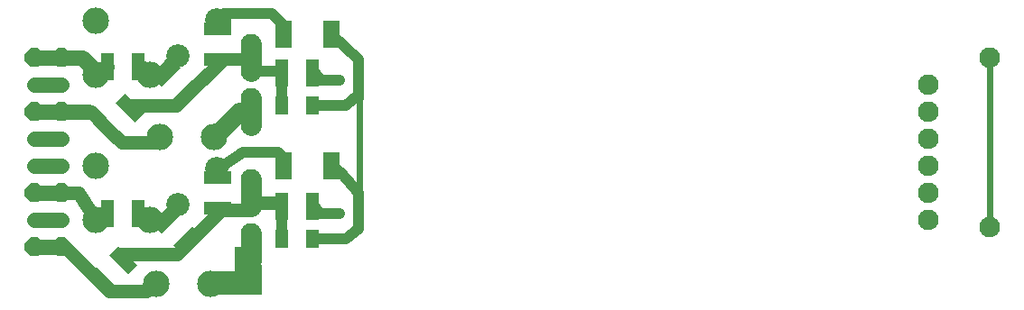
<source format=gbr>
G04 EAGLE Gerber RS-274X export*
G75*
%MOMM*%
%FSLAX34Y34*%
%LPD*%
%INBottom Copper*%
%IPPOS*%
%AMOC8*
5,1,8,0,0,1.08239X$1,22.5*%
G01*
%ADD10R,1.587500X1.905000*%
%ADD11R,3.016250X1.270000*%
%ADD12R,5.080000X2.222500*%
%ADD13R,2.540000X0.952500*%
%ADD14R,1.587500X0.952500*%
%ADD15C,1.930400*%
%ADD16C,2.489200*%
%ADD17R,2.540000X1.270000*%
%ADD18C,2.184400*%
%ADD19R,1.270000X2.540000*%
%ADD20R,1.587400X2.540000*%
%ADD21R,1.143000X1.701800*%
%ADD22P,1.924489X8X112.500000*%
%ADD23C,1.408000*%
%ADD24C,1.930400*%
%ADD25C,1.778000*%
%ADD26C,1.016000*%
%ADD27C,0.906400*%
%ADD28C,0.609600*%
%ADD29C,1.270000*%
%ADD30C,1.422400*%
%ADD31C,0.812800*%
%ADD32C,0.406400*%


D10*
X106363Y28575D03*
D11*
X108744Y214313D03*
D12*
X98425Y4763D03*
D13*
X111125Y17463D03*
D14*
X87313Y249238D03*
D15*
X114300Y101600D03*
X114300Y152400D03*
X114300Y76200D03*
X114300Y50800D03*
X114300Y25400D03*
X114300Y177800D03*
X114300Y203200D03*
X114300Y228600D03*
X749300Y114300D03*
X749300Y139700D03*
X749300Y88900D03*
X749300Y63500D03*
X749300Y165100D03*
X749300Y190500D03*
X806450Y57150D03*
X806450Y215900D03*
D16*
X-31750Y114300D03*
X-31750Y63500D03*
X19050Y63500D03*
D17*
G36*
X68022Y48361D02*
X50062Y30401D01*
X41082Y39381D01*
X59042Y57341D01*
X68022Y48361D01*
G37*
G36*
X47817Y68568D02*
X29857Y50608D01*
X20877Y59588D01*
X38837Y77548D01*
X47817Y68568D01*
G37*
G36*
X-21489Y-7697D02*
X-39449Y10263D01*
X-30469Y19243D01*
X-12509Y1283D01*
X-21489Y-7697D01*
G37*
G36*
X-1282Y12508D02*
X-19242Y30468D01*
X-10262Y39448D01*
X7698Y21488D01*
X-1282Y12508D01*
G37*
X82550Y103188D03*
X82550Y74613D03*
D18*
X45242Y78224D03*
X81758Y112276D03*
D16*
X-31750Y250825D03*
X-31750Y200025D03*
X19050Y200025D03*
D17*
G36*
X68022Y186474D02*
X50062Y168514D01*
X41082Y177494D01*
X59042Y195454D01*
X68022Y186474D01*
G37*
G36*
X47817Y206681D02*
X29857Y188721D01*
X20877Y197701D01*
X38837Y215661D01*
X47817Y206681D01*
G37*
G36*
X-15139Y135178D02*
X-33099Y153138D01*
X-24119Y162118D01*
X-6159Y144158D01*
X-15139Y135178D01*
G37*
G36*
X5068Y155383D02*
X-12892Y173343D01*
X-3912Y182323D01*
X14048Y164363D01*
X5068Y155383D01*
G37*
X82550Y242888D03*
X82550Y214313D03*
D18*
X45242Y217924D03*
X81758Y251976D03*
D19*
X7938Y207962D03*
X-20638Y207963D03*
X7938Y69849D03*
X-20638Y69850D03*
D16*
X28575Y141288D03*
X79375Y141288D03*
X25400Y3175D03*
X76200Y3175D03*
D20*
X188913Y114300D03*
X144463Y114300D03*
D19*
X142875Y201614D03*
X171451Y201613D03*
X142875Y76201D03*
X171451Y76200D03*
D20*
X188913Y238125D03*
X144463Y238125D03*
D21*
X171895Y171450D03*
X142431Y171450D03*
X171895Y46038D03*
X142431Y46038D03*
D22*
X-88900Y38100D03*
X-63500Y38100D03*
D23*
X-74820Y63500D02*
X-88900Y63500D01*
X-77580Y63500D02*
X-63500Y63500D01*
D22*
X-88900Y88900D03*
X-63500Y88900D03*
D23*
X-74820Y114300D02*
X-88900Y114300D01*
X-77580Y114300D02*
X-63500Y114300D01*
X-74820Y139700D02*
X-88900Y139700D01*
X-77580Y139700D02*
X-63500Y139700D01*
D22*
X-88900Y165100D03*
X-63500Y165100D03*
D23*
X-74820Y190500D02*
X-88900Y190500D01*
X-77580Y190500D02*
X-63500Y190500D01*
D22*
X-88900Y215900D03*
X-63500Y215900D03*
D24*
X114300Y177800D02*
X114300Y165100D01*
X114300Y152400D01*
D25*
X103188Y165100D02*
X79375Y141288D01*
X103188Y165100D02*
X114300Y165100D01*
D24*
X114300Y50800D02*
X114300Y25400D01*
D26*
X214313Y214313D02*
X188913Y238125D01*
X214313Y214313D02*
X214313Y180975D01*
X203200Y171450D01*
X171895Y171450D01*
X188913Y114300D02*
X198438Y107950D01*
X214313Y88900D01*
X214313Y55563D01*
X203200Y46038D01*
X173038Y46038D01*
D27*
X215900Y177800D03*
D28*
X215900Y88900D01*
D29*
X-19050Y-3175D02*
X-60325Y38100D01*
X-63500Y38100D01*
X-19050Y-3175D02*
X15875Y-3175D01*
X25400Y6350D01*
D30*
X-63500Y38100D02*
X-88900Y38100D01*
D31*
X7938Y207962D02*
X11114Y207962D01*
D29*
X19050Y200025D01*
X28575Y200025D01*
X30741Y202191D02*
X45242Y217924D01*
D31*
X34347Y202191D02*
X30741Y202191D01*
X28575Y200025D01*
D29*
X-19629Y148648D02*
X-36081Y165100D01*
X-19629Y148648D02*
X-7506Y136525D01*
X23813Y136525D01*
X28575Y141288D01*
D27*
X180975Y195263D03*
D31*
X-28576Y200025D02*
X-31750Y200025D01*
D29*
X-28576Y200025D02*
X-20638Y207963D01*
X-47625Y88900D02*
X-63500Y88900D01*
X-47625Y88900D02*
X-31750Y63500D01*
X-22225Y69850D01*
D30*
X-63500Y88900D02*
X-88900Y88900D01*
D24*
X114300Y203200D02*
X114300Y228600D01*
D26*
X142875Y201614D02*
X142431Y171450D01*
X142875Y201614D02*
X141286Y203200D01*
X114300Y203200D01*
D31*
X578Y170872D02*
X578Y168853D01*
X578Y170872D02*
X0Y171450D01*
D29*
X44019Y171450D01*
X54552Y181984D01*
D31*
X54984Y181984D01*
D29*
X87313Y214313D01*
D31*
X85725Y214313D01*
D29*
X82550Y214313D01*
D32*
X144463Y238125D02*
X144463Y242888D01*
D28*
X144463Y244475D01*
D26*
X119063Y127000D02*
X106363Y127000D01*
X119063Y127000D02*
X131763Y127000D01*
X139700Y127000D01*
X146050Y120650D01*
X146050Y111125D01*
D27*
X131763Y127000D03*
X119063Y127000D03*
X106363Y127000D03*
D26*
X82550Y111125D02*
X80963Y111125D01*
X82550Y111125D02*
X84138Y111125D01*
X82550Y111125D02*
X106363Y127000D01*
D27*
X195263Y195263D03*
D26*
X196850Y195263D02*
X179388Y195263D01*
X171450Y204788D01*
X142875Y79375D02*
X142875Y44450D01*
D29*
X141288Y79375D02*
X115888Y79375D01*
D27*
X196850Y69850D03*
D26*
X179388Y69850D01*
X171450Y77788D01*
X171450Y79375D01*
D27*
X184150Y69850D03*
D28*
X806450Y57150D02*
X806450Y215900D01*
D29*
X44450Y31750D02*
X-9525Y31750D01*
X44450Y31750D02*
X85725Y73025D01*
X114300Y73025D01*
D24*
X114300Y76200D02*
X114300Y101600D01*
D29*
X114300Y73025D01*
X19050Y60325D02*
X9525Y69850D01*
X19050Y60325D02*
X31750Y63500D01*
X44450Y76200D01*
D27*
X103188Y257175D03*
X117475Y257175D03*
X131763Y257175D03*
D26*
X82550Y250825D02*
X80963Y250825D01*
X82550Y250825D02*
X88900Y257175D01*
X133350Y257175D01*
X146050Y244475D01*
D30*
X-31750Y203200D02*
X-31750Y196850D01*
X-31750Y203200D02*
X-44450Y215900D01*
X-88900Y215900D01*
X-88900Y165100D02*
X-38100Y165100D01*
M02*

</source>
